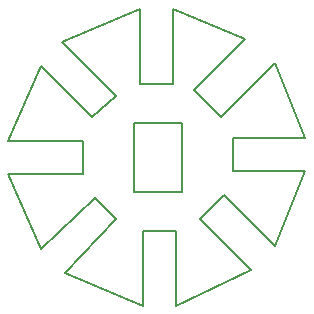
<source format=gko>
G04 #@! TF.FileFunction,Profile,NP*
%FSLAX46Y46*%
G04 Gerber Fmt 4.6, Leading zero omitted, Abs format (unit mm)*
G04 Created by KiCad (PCBNEW 0.201505220134+5676~23~ubuntu14.04.1-product) date Tue 23 Jun 2015 11:55:00 AM EDT*
%MOMM*%
G01*
G04 APERTURE LIST*
%ADD10C,0.100000*%
%ADD11C,0.152400*%
G04 APERTURE END LIST*
D10*
D11*
X134112000Y-86106000D02*
X128016000Y-83566000D01*
X129794000Y-90424000D02*
X134112000Y-86106000D01*
X132080000Y-92710000D02*
X129794000Y-90424000D01*
X136652000Y-88138000D02*
X132080000Y-92710000D01*
X139192000Y-94488000D02*
X136652000Y-88138000D01*
X133096000Y-94488000D02*
X139192000Y-94488000D01*
X133096000Y-97282000D02*
X133096000Y-94488000D01*
X139192000Y-97282000D02*
X133096000Y-97282000D01*
X136652000Y-103632000D02*
X139192000Y-97282000D01*
X132334000Y-99314000D02*
X136652000Y-103632000D01*
X132080000Y-99568000D02*
X132334000Y-99314000D01*
X130302000Y-101346000D02*
X132080000Y-99568000D01*
X134620000Y-105664000D02*
X130302000Y-101346000D01*
X128270000Y-108712000D02*
X134620000Y-105664000D01*
X128270000Y-102362000D02*
X128270000Y-108712000D01*
X125476000Y-102362000D02*
X128270000Y-102362000D01*
X125476000Y-108712000D02*
X125476000Y-102362000D01*
X118872000Y-105918000D02*
X125476000Y-108712000D01*
X123190000Y-101346000D02*
X118872000Y-105918000D01*
X121412000Y-99568000D02*
X123190000Y-101346000D01*
X116840000Y-103886000D02*
X121412000Y-99568000D01*
X114046000Y-97536000D02*
X116840000Y-103886000D01*
X120396000Y-97536000D02*
X114046000Y-97536000D01*
X120396000Y-94742000D02*
X120396000Y-97536000D01*
X114046000Y-94742000D02*
X120396000Y-94742000D01*
X116840000Y-88392000D02*
X114046000Y-94742000D01*
X121158000Y-92710000D02*
X116840000Y-88392000D01*
X123190000Y-90932000D02*
X121158000Y-92710000D01*
X118618000Y-86360000D02*
X123190000Y-90932000D01*
X125222000Y-83566000D02*
X118618000Y-86360000D01*
X125222000Y-89916000D02*
X125222000Y-83566000D01*
X128016000Y-89916000D02*
X125222000Y-89916000D01*
X128016000Y-83566000D02*
X128016000Y-89916000D01*
X128778000Y-99060000D02*
X128778000Y-93218000D01*
X124714000Y-99060000D02*
X128778000Y-99060000D01*
X124714000Y-93218000D02*
X124714000Y-99060000D01*
X128778000Y-93218000D02*
X124714000Y-93218000D01*
M02*

</source>
